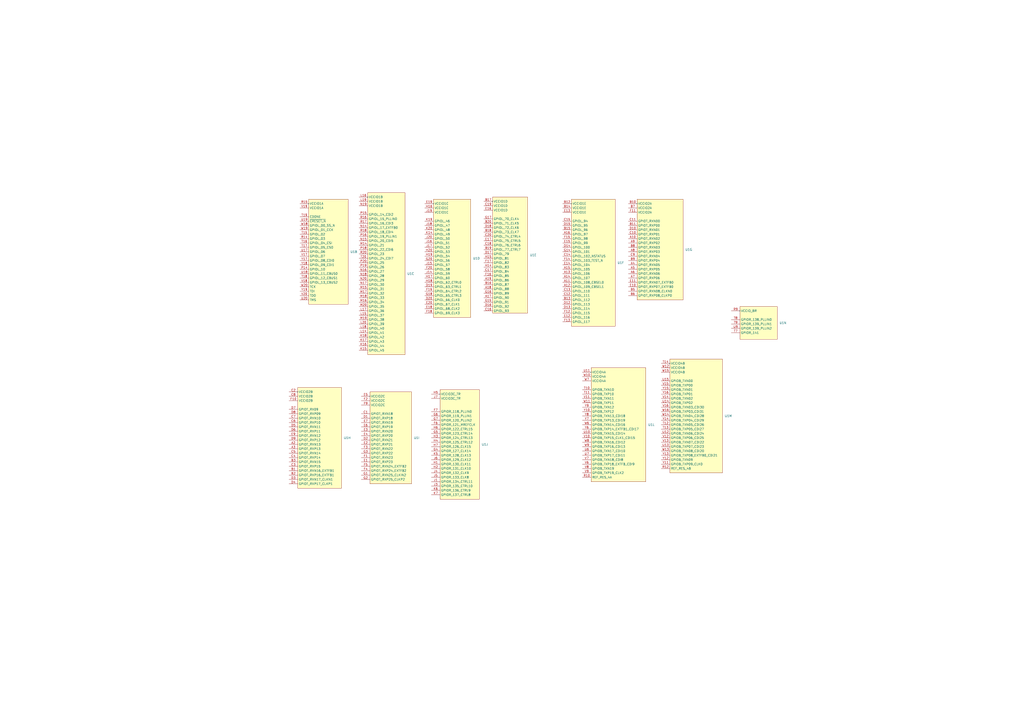
<source format=kicad_sch>
(kicad_sch (version 20230121) (generator eeschema)
  (paper "A2")
  (lib_symbols
    (symbol "IC:T20F400"
      (property "Reference" "U" (at 1.27 1.27 0))
      (symbol "T20F400_1_1"
        (unit_name "GND")
        (rectangle (start 0 0) (end 11.43 -116.84) (fill (type background)))
        (pin passive line (at -5.08 -2.54 0) (length 5.08) (name "GND") (number "A1"))
        (pin passive line (at -5.08 -5.08 0) (length 5.08) (name "GND") (number "A20"))
        (pin passive line (at -5.08 -7.62 0) (length 5.08) (name "GND") (number "B4"))
        (pin passive line (at -5.08 -10.16 0) (length 5.08) (name "GND") (number "D11"))
        (pin passive line (at -5.08 -12.7 0) (length 5.08) (name "GND") (number "E8"))
        (pin passive line (at -5.08 -15.24 0) (length 5.08) (name "GND") (number "G10"))
        (pin passive line (at -5.08 -17.78 0) (length 5.08) (name "GND") (number "G11"))
        (pin passive line (at -5.08 -20.32 0) (length 5.08) (name "GND") (number "G12"))
        (pin passive line (at -5.08 -22.86 0) (length 5.08) (name "GND") (number "G13"))
        (pin passive line (at -5.08 -25.4 0) (length 5.08) (name "GND") (number "G19"))
        (pin passive line (at -5.08 -27.94 0) (length 5.08) (name "GND") (number "G8"))
        (pin passive line (at -5.08 -30.48 0) (length 5.08) (name "GND") (number "G9"))
        (pin passive line (at -5.08 -33.02 0) (length 5.08) (name "GND") (number "J10"))
        (pin passive line (at -5.08 -35.56 0) (length 5.08) (name "GND") (number "J11"))
        (pin passive line (at -5.08 -38.1 0) (length 5.08) (name "GND") (number "J12"))
        (pin passive line (at -5.08 -40.64 0) (length 5.08) (name "GND") (number "J13"))
        (pin passive line (at -5.08 -43.18 0) (length 5.08) (name "GND") (number "J2"))
        (pin passive line (at -5.08 -45.72 0) (length 5.08) (name "GND") (number "J8"))
        (pin passive line (at -5.08 -48.26 0) (length 5.08) (name "GND") (number "J9"))
        (pin passive line (at -5.08 -50.8 0) (length 5.08) (name "GND") (number "L10"))
        (pin passive line (at -5.08 -53.34 0) (length 5.08) (name "GND") (number "L11"))
        (pin passive line (at -5.08 -55.88 0) (length 5.08) (name "GND") (number "L12"))
        (pin passive line (at -5.08 -58.42 0) (length 5.08) (name "GND") (number "L13"))
        (pin passive line (at -5.08 -60.96 0) (length 5.08) (name "GND") (number "L5"))
        (pin passive line (at -5.08 -63.5 0) (length 5.08) (name "GND") (number "L8"))
        (pin passive line (at -5.08 -66.04 0) (length 5.08) (name "GND") (number "L9"))
        (pin passive line (at -5.08 -68.58 0) (length 5.08) (name "GND") (number "M2"))
        (pin passive line (at -5.08 -71.12 0) (length 5.08) (name "GND") (number "M7"))
        (pin passive line (at -5.08 -73.66 0) (length 5.08) (name "GND") (number "N10"))
        (pin passive line (at -5.08 -76.2 0) (length 5.08) (name "GND") (number "N11"))
        (pin passive line (at -5.08 -78.74 0) (length 5.08) (name "GND") (number "N12"))
        (pin passive line (at -5.08 -81.28 0) (length 5.08) (name "GND") (number "N13"))
        (pin passive line (at -5.08 -83.82 0) (length 5.08) (name "GND") (number "N8"))
        (pin passive line (at -5.08 -86.36 0) (length 5.08) (name "GND") (number "N9"))
        (pin passive line (at -5.08 -88.9 0) (length 5.08) (name "GND") (number "P17"))
        (pin passive line (at -5.08 -91.44 0) (length 5.08) (name "GND") (number "P7"))
        (pin passive line (at -5.08 -93.98 0) (length 5.08) (name "GND") (number "R11"))
        (pin passive line (at -5.08 -96.52 0) (length 5.08) (name "GND") (number "R19"))
        (pin passive line (at -5.08 -99.06 0) (length 5.08) (name "GND") (number "U16"))
        (pin passive line (at -5.08 -101.6 0) (length 5.08) (name "GND") (number "U5"))
        (pin passive line (at -5.08 -104.14 0) (length 5.08) (name "GND") (number "U8"))
        (pin passive line (at -5.08 -106.68 0) (length 5.08) (name "GND") (number "V2"))
        (pin passive line (at -5.08 -109.22 0) (length 5.08) (name "VND") (number "W17"))
        (pin passive line (at -5.08 -111.76 0) (length 5.08) (name "GND") (number "Y1"))
        (pin passive line (at -5.08 -114.3 0) (length 5.08) (name "GND") (number "Y20"))
      )
      (symbol "T20F400_2_1"
        (unit_name "BANK_1A")
        (rectangle (start 0 0) (end 22.86 -60.96) (fill (type background)))
        (pin bidirectional line (at -5.08 -40.64 0) (length 5.08) (name "GPIOL_10") (number "P14"))
        (pin bidirectional line (at -5.08 -22.86 0) (length 5.08) (name "GPIOL_03") (number "R14"))
        (pin power_in line (at -5.08 -2.54 0) (length 5.08) (name "VCCIO1A") (number "R15"))
        (pin bidirectional line (at -5.08 -20.32 0) (length 5.08) (name "GPIOL_02") (number "T15"))
        (pin bidirectional line (at -5.08 -25.4 0) (length 5.08) (name "GPIOL_04_CSI") (number "T16"))
        (pin bidirectional line (at -5.08 -27.94 0) (length 5.08) (name "GPIOL_05_CSO") (number "T17"))
        (pin bidirectional line (at -5.08 -45.72 0) (length 5.08) (name "GPIOL_12_CBUS1") (number "T18"))
        (pin output line (at -5.08 -10.16 0) (length 5.08) (name "CDONE") (number "T19"))
        (pin bidirectional line (at -5.08 -30.48 0) (length 5.08) (name "GPIOL_06") (number "U17"))
        (pin bidirectional line (at -5.08 -43.18 0) (length 5.08) (name "GPIOL_11_CBUS0") (number "U18"))
        (pin output line (at -5.08 -12.7 0) (length 5.08) (name "~{CRESET_N}") (number "U19"))
        (pin input line (at -5.08 -58.42 0) (length 5.08) (name "TMS") (number "U20"))
        (pin bidirectional line (at -5.08 -33.02 0) (length 5.08) (name "GPIOL_07") (number "V17"))
        (pin bidirectional line (at -5.08 -48.26 0) (length 5.08) (name "GPIOL_13_CBUS2") (number "V18"))
        (pin power_in line (at -5.08 -5.08 0) (length 5.08) (name "VCCIO1A") (number "V19"))
        (pin output line (at -5.08 -55.88 0) (length 5.08) (name "TDO") (number "V20"))
        (pin bidirectional line (at -5.08 -15.24 0) (length 5.08) (name "GPIOL_00_SS_N") (number "W18"))
        (pin bidirectional line (at -5.08 -17.78 0) (length 5.08) (name "GPIOL_01_CCK") (number "W19"))
        (pin input line (at -5.08 -50.8 0) (length 5.08) (name "TCK") (number "W20"))
        (pin bidirectional line (at -5.08 -35.56 0) (length 5.08) (name "GPIOL_08_CDI0") (number "Y17"))
        (pin bidirectional line (at -5.08 -38.1 0) (length 5.08) (name "GPIOL_09_CDI1") (number "Y18"))
        (pin input line (at -5.08 -53.34 0) (length 5.08) (name "TDI") (number "Y19"))
      )
      (symbol "T20F400_3_1"
        (unit_name "BANK_1B")
        (rectangle (start 0 0) (end 21.59 -93.98) (fill (type background)))
        (pin bidirectional line (at -5.08 -91.44 0) (length 5.08) (name "GPIOL_45") (number "K15"))
        (pin bidirectional line (at -5.08 -88.9 0) (length 5.08) (name "GPIOL_44") (number "K16"))
        (pin bidirectional line (at -5.08 -86.36 0) (length 5.08) (name "GPIOL_43") (number "K17"))
        (pin bidirectional line (at -5.08 -83.82 0) (length 5.08) (name "GPIOL_42") (number "K18"))
        (pin bidirectional line (at -5.08 -81.28 0) (length 5.08) (name "GPIOL_41") (number "L14"))
        (pin bidirectional line (at -5.08 -71.12 0) (length 5.08) (name "GPIOL_37") (number "L15"))
        (pin power_in line (at -5.08 -2.54 0) (length 5.08) (name "VCCIO1B") (number "L16"))
        (pin bidirectional line (at -5.08 -68.58 0) (length 5.08) (name "GPIOL_36") (number "L17"))
        (pin bidirectional line (at -5.08 -78.74 0) (length 5.08) (name "GPIOL_40") (number "L18"))
        (pin power_in line (at -5.08 -5.08 0) (length 5.08) (name "VCCIO1B") (number "L19"))
        (pin bidirectional line (at -5.08 -76.2 0) (length 5.08) (name "GPIOL_39") (number "L20"))
        (pin bidirectional line (at -5.08 -30.48 0) (length 5.08) (name "GPIOL_21") (number "M14"))
        (pin bidirectional line (at -5.08 -55.88 0) (length 5.08) (name "GPIOL_31") (number "M15"))
        (pin bidirectional line (at -5.08 -63.5 0) (length 5.08) (name "GPIOL_34") (number "M16"))
        (pin bidirectional line (at -5.08 -58.42 0) (length 5.08) (name "GPIOL_32") (number "M17"))
        (pin bidirectional line (at -5.08 -60.96 0) (length 5.08) (name "GPIOL_33") (number "M18"))
        (pin bidirectional line (at -5.08 -73.66 0) (length 5.08) (name "GPIOL_38") (number "M19"))
        (pin bidirectional line (at -5.08 -66.04 0) (length 5.08) (name "GPIOL_35") (number "M20"))
        (pin bidirectional line (at -5.08 -20.32 0) (length 5.08) (name "GPIOL_17_EXTFB0") (number "N14"))
        (pin bidirectional line (at -5.08 -27.94 0) (length 5.08) (name "GPIOL_20_CDI5") (number "N15"))
        (pin bidirectional line (at -5.08 -45.72 0) (length 5.08) (name "GPIOL_27") (number "N16"))
        (pin bidirectional line (at -5.08 -53.34 0) (length 5.08) (name "GPIOL_30") (number "N17"))
        (pin bidirectional line (at -5.08 -48.26 0) (length 5.08) (name "GPIOL_28") (number "N18"))
        (pin power_in line (at -5.08 -7.62 0) (length 5.08) (name "VCCIO1B") (number "N19"))
        (pin bidirectional line (at -5.08 -50.8 0) (length 5.08) (name "GPIOL_29") (number "N20"))
        (pin bidirectional line (at -5.08 -12.7 0) (length 5.08) (name "GPIOL_14_CDI2") (number "P15"))
        (pin bidirectional line (at -5.08 -25.4 0) (length 5.08) (name "GPIOL_19_PLLIN1") (number "P16"))
        (pin bidirectional line (at -5.08 -33.02 0) (length 5.08) (name "GPIOL_22_CDI6") (number "P18"))
        (pin bidirectional line (at -5.08 -43.18 0) (length 5.08) (name "GPIOL_26") (number "P19"))
        (pin bidirectional line (at -5.08 -40.64 0) (length 5.08) (name "GPIOL_25") (number "P20"))
        (pin bidirectional line (at -5.08 -15.24 0) (length 5.08) (name "GPIOL_15_PLLIN0") (number "R16"))
        (pin bidirectional line (at -5.08 -17.78 0) (length 5.08) (name "GPIOL_16_CDI3") (number "R17"))
        (pin bidirectional line (at -5.08 -22.86 0) (length 5.08) (name "GPIOL_18_CDI4") (number "R18"))
        (pin bidirectional line (at -5.08 -35.56 0) (length 5.08) (name "GPIOL_23") (number "R20"))
        (pin bidirectional line (at -5.08 -38.1 0) (length 5.08) (name "GPIOL_24_CDI7") (number "T20"))
      )
      (symbol "T20F400_4_1"
        (unit_name "BANK_1C")
        (rectangle (start 0 0) (end 21.59 -68.58) (fill (type background)))
        (pin bidirectional line (at -5.08 -50.8 0) (length 5.08) (name "GPIOL_63_CTRL1") (number "D19"))
        (pin bidirectional line (at -5.08 -58.42 0) (length 5.08) (name "GPIOL_66_CLK0") (number "D20"))
        (pin bidirectional line (at -5.08 -63.5 0) (length 5.08) (name "GPIOL_68_CLK2") (number "E18"))
        (pin power_in line (at -5.08 -2.54 0) (length 5.08) (name "VCCIO1C") (number "E19"))
        (pin bidirectional line (at -5.08 -60.96 0) (length 5.08) (name "GPIOL_67_CLK1") (number "E20"))
        (pin bidirectional line (at -5.08 -66.04 0) (length 5.08) (name "GPIOL_69_CLK3") (number "F18"))
        (pin bidirectional line (at -5.08 -53.34 0) (length 5.08) (name "GPIOL_64_CTRL2") (number "F19"))
        (pin bidirectional line (at -5.08 -40.64 0) (length 5.08) (name "GPIOL_58") (number "F20"))
        (pin bidirectional line (at -5.08 -55.88 0) (length 5.08) (name "GPIOL_65_CTRL3") (number "G18"))
        (pin bidirectional line (at -5.08 -35.56 0) (length 5.08) (name "GPIOL_56") (number "G20"))
        (pin power_in line (at -5.08 -5.08 0) (length 5.08) (name "VCCIO1C") (number "H16"))
        (pin bidirectional line (at -5.08 -45.72 0) (length 5.08) (name "GPIOL_60") (number "H17"))
        (pin bidirectional line (at -5.08 -48.26 0) (length 5.08) (name "GPIOL_62_CTRL0") (number "H18"))
        (pin bidirectional line (at -5.08 -33.02 0) (length 5.08) (name "GPIOL_54") (number "H19"))
        (pin bidirectional line (at -5.08 -30.48 0) (length 5.08) (name "GPIOL_53") (number "H20"))
        (pin bidirectional line (at -5.08 -43.18 0) (length 5.08) (name "GPIOL_59") (number "J14"))
        (pin bidirectional line (at -5.08 -38.1 0) (length 5.08) (name "GPIOL_57") (number "J15"))
        (pin bidirectional line (at -5.08 -25.4 0) (length 5.08) (name "GPIOL_51") (number "J16"))
        (pin bidirectional line (at -5.08 -27.94 0) (length 5.08) (name "GPIOL_52") (number "J17"))
        (pin bidirectional line (at -5.08 -15.24 0) (length 5.08) (name "GPIOL_47") (number "J18"))
        (pin power_in line (at -5.08 -7.62 0) (length 5.08) (name "VCCIO1C") (number "J19"))
        (pin bidirectional line (at -5.08 -22.86 0) (length 5.08) (name "GPIOL_50") (number "J20"))
        (pin bidirectional line (at -5.08 -20.32 0) (length 5.08) (name "GPIOL_49") (number "K14"))
        (pin bidirectional line (at -5.08 -12.7 0) (length 5.08) (name "GPIOL_46") (number "K19"))
        (pin bidirectional line (at -5.08 -17.78 0) (length 5.08) (name "GPIOL_48") (number "K20"))
      )
      (symbol "T20F400_5_1"
        (unit_name "BANK_1D")
        (rectangle (start 0 0) (end 20.32 -67.31) (fill (type background)))
        (pin bidirectional line (at -5.08 -58.42 0) (length 5.08) (name "GPIOL_90") (number "A17"))
        (pin bidirectional line (at -5.08 -53.34 0) (length 5.08) (name "GPIOL_88") (number "A18"))
        (pin bidirectional line (at -5.08 -48.26 0) (length 5.08) (name "GPIOL_86") (number "A19"))
        (pin bidirectional line (at -5.08 -50.8 0) (length 5.08) (name "GPIOL_87") (number "B16"))
        (pin power_in line (at -5.08 -2.54 0) (length 5.08) (name "VCCIO1D") (number "B17"))
        (pin bidirectional line (at -5.08 -20.32 0) (length 5.08) (name "GPIOL_73_CLK7") (number "B18"))
        (pin bidirectional line (at -5.08 -30.48 0) (length 5.08) (name "GPIOL_77_CTRL7") (number "B19"))
        (pin bidirectional line (at -5.08 -15.24 0) (length 5.08) (name "GPIOL_71_CLK5") (number "B20"))
        (pin bidirectional line (at -5.08 -66.04 0) (length 5.08) (name "GPIOL_93") (number "C16"))
        (pin bidirectional line (at -5.08 -43.18 0) (length 5.08) (name "GPIOL_84") (number "C17"))
        (pin bidirectional line (at -5.08 -27.94 0) (length 5.08) (name "GPIOL_76_CTRL6") (number "C18"))
        (pin power_in line (at -5.08 -5.08 0) (length 5.08) (name "VCCIO1D") (number "C19"))
        (pin bidirectional line (at -5.08 -22.86 0) (length 5.08) (name "GPIOL_74_CTRL4") (number "C20"))
        (pin bidirectional line (at -5.08 -63.5 0) (length 5.08) (name "GPIOL_92") (number "D16"))
        (pin bidirectional line (at -5.08 -33.02 0) (length 5.08) (name "GPIOL_79") (number "D17"))
        (pin bidirectional line (at -5.08 -17.78 0) (length 5.08) (name "GPIOL_72_CLK6") (number "D18"))
        (pin power_in line (at -5.08 -7.62 0) (length 5.08) (name "VCCIO1D") (number "E16"))
        (pin bidirectional line (at -5.08 -25.4 0) (length 5.08) (name "GPIOL_75_CTRL5") (number "E17"))
        (pin bidirectional line (at -5.08 -45.72 0) (length 5.08) (name "GPIOL_85") (number "F16"))
        (pin bidirectional line (at -5.08 -38.1 0) (length 5.08) (name "GPIOL_82") (number "F17"))
        (pin bidirectional line (at -5.08 -60.96 0) (length 5.08) (name "GPIOL_91") (number "G15"))
        (pin bidirectional line (at -5.08 -55.88 0) (length 5.08) (name "GPIOL_89") (number "G16"))
        (pin bidirectional line (at -5.08 -12.7 0) (length 5.08) (name "GPIOL_70_CLK4") (number "G17"))
        (pin bidirectional line (at -5.08 -40.64 0) (length 5.08) (name "GPIOL_83") (number "H14"))
        (pin bidirectional line (at -5.08 -35.56 0) (length 5.08) (name "GPIOL_81") (number "H15"))
      )
      (symbol "T20F400_6_1"
        (unit_name "BANK_1E")
        (rectangle (start 0 0) (end 25.4 -73.66) (fill (type background)))
        (pin bidirectional line (at -5.08 -48.26 0) (length 5.08) (name "GPIOL_108_CBSEL0") (number "A11"))
        (pin bidirectional line (at -5.08 -50.8 0) (length 5.08) (name "GPIOL_109_CBSEL1") (number "A12"))
        (pin bidirectional line (at -5.08 -43.18 0) (length 5.08) (name "GPIOL_106") (number "A13"))
        (pin bidirectional line (at -5.08 -45.72 0) (length 5.08) (name "GPIOL_107") (number "A14"))
        (pin bidirectional line (at -5.08 -40.64 0) (length 5.08) (name "GPIOL_105") (number "A15"))
        (pin bidirectional line (at -5.08 -20.32 0) (length 5.08) (name "GPIOL_97") (number "A16"))
        (pin power_in line (at -5.08 -2.54 0) (length 5.08) (name "VCCIO1E") (number "B12"))
        (pin bidirectional line (at -5.08 -58.42 0) (length 5.08) (name "GPIOL_112") (number "B13"))
        (pin power_in line (at -5.08 -5.08 0) (length 5.08) (name "VCCIO1E") (number "B14"))
        (pin bidirectional line (at -5.08 -17.78 0) (length 5.08) (name "GPIOL_96") (number "B15"))
        (pin bidirectional line (at -5.08 -55.88 0) (length 5.08) (name "GPIOL_111") (number "C12"))
        (pin bidirectional line (at -5.08 -53.34 0) (length 5.08) (name "GPIOL_110") (number "C13"))
        (pin bidirectional line (at -5.08 -33.02 0) (length 5.08) (name "GPIOL_102_NSTATUS") (number "C14"))
        (pin bidirectional line (at -5.08 -12.7 0) (length 5.08) (name "GPIOL_94") (number "C15"))
        (pin bidirectional line (at -5.08 -60.96 0) (length 5.08) (name "GPIOL_113") (number "D12"))
        (pin bidirectional line (at -5.08 -63.5 0) (length 5.08) (name "GPIOL_114") (number "D13"))
        (pin bidirectional line (at -5.08 -27.94 0) (length 5.08) (name "GPIOL_100") (number "D14"))
        (pin bidirectional line (at -5.08 -15.24 0) (length 5.08) (name "GPIOL_95") (number "D15"))
        (pin bidirectional line (at -5.08 -68.58 0) (length 5.08) (name "GPIOL_116") (number "E12"))
        (pin power_in line (at -5.08 -7.62 0) (length 5.08) (name "VCCIO1E") (number "E13"))
        (pin bidirectional line (at -5.08 -38.1 0) (length 5.08) (name "GPIOL_104") (number "E14"))
        (pin bidirectional line (at -5.08 -25.4 0) (length 5.08) (name "GPIOL_99") (number "E15"))
        (pin bidirectional line (at -5.08 -66.04 0) (length 5.08) (name "GPIOL_115") (number "F12"))
        (pin bidirectional line (at -5.08 -71.12 0) (length 5.08) (name "GPIOL_117") (number "F13"))
        (pin bidirectional line (at -5.08 -35.56 0) (length 5.08) (name "GPIOL_103_TEST_N") (number "F14"))
        (pin bidirectional line (at -5.08 -22.86 0) (length 5.08) (name "GPIOL_98") (number "F15"))
        (pin bidirectional line (at -5.08 -30.48 0) (length 5.08) (name "GPIOL_101") (number "G14"))
      )
      (symbol "T20F400_7_1"
        (unit_name "BANK_2A")
        (rectangle (start 0 0) (end 26.67 -58.42) (fill (type background)))
        (pin bidirectional line (at -5.08 -22.86 0) (length 5.08) (name "GPIOT_RXN02") (number "A10"))
        (pin bidirectional line (at -5.08 -38.1 0) (length 5.08) (name "GPIOT_RXN05") (number "A4"))
        (pin bidirectional line (at -5.08 -40.64 0) (length 5.08) (name "GPIOT_RXP05") (number "A5"))
        (pin bidirectional line (at -5.08 -43.18 0) (length 5.08) (name "GPIOT_RXN06") (number "A6"))
        (pin bidirectional line (at -5.08 -45.72 0) (length 5.08) (name "GPIOT_RXP06") (number "A7"))
        (pin bidirectional line (at -5.08 -30.48 0) (length 5.08) (name "GPIOT_RXP03") (number "A8"))
        (pin bidirectional line (at -5.08 -25.4 0) (length 5.08) (name "GPIOT_RXP02") (number "A9"))
        (pin power_in line (at -5.08 -2.54 0) (length 5.08) (name "VCCIO2A") (number "B10"))
        (pin bidirectional line (at -5.08 -15.24 0) (length 5.08) (name "GPIOT_RXP00") (number "B11"))
        (pin bidirectional line (at -5.08 -53.34 0) (length 5.08) (name "GPIOT_RXN08_CLKN0") (number "B5"))
        (pin bidirectional line (at -5.08 -55.88 0) (length 5.08) (name "GPIOT_RXP08_CLKP0") (number "B6"))
        (pin power_in line (at -5.08 -5.08 0) (length 5.08) (name "VCCIO2A") (number "B7"))
        (pin bidirectional line (at -5.08 -27.94 0) (length 5.08) (name "GPIOT_RXN03") (number "B8"))
        (pin bidirectional line (at -5.08 -35.56 0) (length 5.08) (name "GPIOT_RXP04") (number "B9"))
        (pin bidirectional line (at -5.08 -20.32 0) (length 5.08) (name "GPIOT_RXP01") (number "C10"))
        (pin bidirectional line (at -5.08 -12.7 0) (length 5.08) (name "GPIOT_RXN00") (number "C11"))
        (pin bidirectional line (at -5.08 -33.02 0) (length 5.08) (name "GPIOT_RXN04") (number "C9"))
        (pin bidirectional line (at -5.08 -17.78 0) (length 5.08) (name "GPIOT_RXN01") (number "D10"))
        (pin bidirectional line (at -5.08 -50.8 0) (length 5.08) (name "GPIOT_RXP07_EXTFB0") (number "E10"))
        (pin bidirectional line (at -5.08 -48.26 0) (length 5.08) (name "GPIOT_RXN07_EXTFB0") (number "E11"))
        (pin power_in line (at -5.08 -7.62 0) (length 5.08) (name "VCCIO2A") (number "F11"))
      )
      (symbol "T20F400_8_1"
        (unit_name "BANK_2B")
        (rectangle (start 0 0) (end 25.4 -58.42) (fill (type background)))
        (pin bidirectional line (at -5.08 -33.02 0) (length 5.08) (name "GPIOT_RXN13") (number "A2"))
        (pin bidirectional line (at -5.08 -35.56 0) (length 5.08) (name "GPIOT_RXP13") (number "A3"))
        (pin bidirectional line (at -5.08 -48.26 0) (length 5.08) (name "GPIOT_RXN16_EXTFB1") (number "B1"))
        (pin bidirectional line (at -5.08 -50.8 0) (length 5.08) (name "GPIOT_RXP16_EXTFB1") (number "B2"))
        (pin bidirectional line (at -5.08 -43.18 0) (length 5.08) (name "GPIOT_RXN15") (number "B3"))
        (pin power_in line (at -5.08 -2.54 0) (length 5.08) (name "VCCIO2B") (number "C2"))
        (pin bidirectional line (at -5.08 -45.72 0) (length 5.08) (name "GPIOT_RXP15") (number "C3"))
        (pin bidirectional line (at -5.08 -40.64 0) (length 5.08) (name "GPIOT_RXP14") (number "C4"))
        (pin bidirectional line (at -5.08 -38.1 0) (length 5.08) (name "GPIOT_RXN14") (number "C5"))
        (pin bidirectional line (at -5.08 -20.32 0) (length 5.08) (name "GPIOT_RXP10") (number "C6"))
        (pin bidirectional line (at -5.08 -17.78 0) (length 5.08) (name "GPIOT_RXN10") (number "C7"))
        (pin power_in line (at -5.08 -5.08 0) (length 5.08) (name "VCCIO2B") (number "C8"))
        (pin bidirectional line (at -5.08 -53.34 0) (length 5.08) (name "GPIOT_RXN17_CLKN1") (number "D3"))
        (pin bidirectional line (at -5.08 -55.88 0) (length 5.08) (name "GPIOT_RXP17_CLKP1") (number "D4"))
        (pin bidirectional line (at -5.08 -22.86 0) (length 5.08) (name "GPIOT_RXN11") (number "D5"))
        (pin bidirectional line (at -5.08 -25.4 0) (length 5.08) (name "GPIOT_RXP11") (number "D6"))
        (pin bidirectional line (at -5.08 -12.7 0) (length 5.08) (name "GPIOT_RX09") (number "D7"))
        (pin bidirectional line (at -5.08 -15.24 0) (length 5.08) (name "GPIOT_RXP09") (number "D8"))
        (pin bidirectional line (at -5.08 -30.48 0) (length 5.08) (name "GPIOT_RXP12") (number "D9"))
        (pin bidirectional line (at -5.08 -27.94 0) (length 5.08) (name "GPIOT_RXN12") (number "E9"))
        (pin power_in line (at -5.08 -7.62 0) (length 5.08) (name "VCCIO2B") (number "F10"))
      )
      (symbol "T20F400_9_1"
        (unit_name "BANK_2C")
        (rectangle (start 0 0) (end 24.13 -53.34) (fill (type background)))
        (pin bidirectional line (at -5.08 -12.7 0) (length 5.08) (name "GPIOT_RXN18") (number "C1"))
        (pin bidirectional line (at -5.08 -15.24 0) (length 5.08) (name "GPIOT_RXP18") (number "D1"))
        (pin bidirectional line (at -5.08 -27.94 0) (length 5.08) (name "GPIOT_RXN21") (number "D2"))
        (pin bidirectional line (at -5.08 -40.64 0) (length 5.08) (name "GPIOT_RXP23") (number "E1"))
        (pin bidirectional line (at -5.08 -30.48 0) (length 5.08) (name "GPIOT_RXP21") (number "E2"))
        (pin bidirectional line (at -5.08 -22.86 0) (length 5.08) (name "GPIOT_RXN20") (number "E3"))
        (pin bidirectional line (at -5.08 -25.4 0) (length 5.08) (name "GPIOT_RXP20") (number "E4"))
        (pin power_in line (at -5.08 -2.54 0) (length 5.08) (name "VCCIO2C") (number "E5"))
        (pin bidirectional line (at -5.08 -20.32 0) (length 5.08) (name "GPIOT_RXP19") (number "E6"))
        (pin bidirectional line (at -5.08 -17.78 0) (length 5.08) (name "GPIOT_RXN19") (number "E7"))
        (pin bidirectional line (at -5.08 -38.1 0) (length 5.08) (name "GPIOT_RXN23") (number "F1"))
        (pin power_in line (at -5.08 -5.08 0) (length 5.08) (name "VCCIO2C") (number "F2"))
        (pin bidirectional line (at -5.08 -33.02 0) (length 5.08) (name "GPIOT_RXN22") (number "F3"))
        (pin bidirectional line (at -5.08 -45.72 0) (length 5.08) (name "GPIOT_RXP24_EXTFB2") (number "F4"))
        (pin bidirectional line (at -5.08 -43.18 0) (length 5.08) (name "GPIOT_RXN24_EXTFB2") (number "F5"))
        (pin power_in line (at -5.08 -7.62 0) (length 5.08) (name "VCCIO2C") (number "F9"))
        (pin bidirectional line (at -5.08 -48.26 0) (length 5.08) (name "GPIOT_RXN25_CLKIN2") (number "G1"))
        (pin bidirectional line (at -5.08 -50.8 0) (length 5.08) (name "GPIOT_RXP25_CLKP2") (number "G2"))
        (pin bidirectional line (at -5.08 -35.56 0) (length 5.08) (name "GPIOT_RXP22") (number "G3"))
      )
      (symbol "T20F400_10_1"
        (unit_name "BANK_3C_TR")
        (rectangle (start 0 0) (end 22.86 -63.5) (fill (type background)))
        (pin bidirectional line (at -5.08 -20.32 0) (length 5.08) (name "GPIOR_121_MREFCLK") (number "F6"))
        (pin bidirectional line (at -5.08 -12.7 0) (length 5.08) (name "GPIOR_118_PLLIN0") (number "F7"))
        (pin bidirectional line (at -5.08 -35.56 0) (length 5.08) (name "GPIOR_127_CLK14") (number "G4"))
        (pin bidirectional line (at -5.08 -25.4 0) (length 5.08) (name "GPIOR_123_CTRL14") (number "G5"))
        (pin bidirectional line (at -5.08 -15.24 0) (length 5.08) (name "GPIOR_119_PLLIN1") (number "G6"))
        (pin bidirectional line (at -5.08 -17.78 0) (length 5.08) (name "GPIOR_120_PLLIN2") (number "G7"))
        (pin bidirectional line (at -5.08 -43.18 0) (length 5.08) (name "GPIOR_130_CLK11") (number "H1"))
        (pin bidirectional line (at -5.08 -45.72 0) (length 5.08) (name "GPIOR_131_CLK10") (number "H2"))
        (pin bidirectional line (at -5.08 -27.94 0) (length 5.08) (name "GPIOR_124_CTRL13") (number "H3"))
        (pin bidirectional line (at -5.08 -30.48 0) (length 5.08) (name "GPIOR_125_CTRL12") (number "H4"))
        (pin power_in line (at -5.08 -2.54 0) (length 5.08) (name "VCCIO3C_TR") (number "H5"))
        (pin bidirectional line (at -5.08 -22.86 0) (length 5.08) (name "GPIOR_122_CTRL15") (number "H6"))
        (pin bidirectional line (at -5.08 -33.02 0) (length 5.08) (name "GPIOR_126_CLK15") (number "H7"))
        (pin bidirectional line (at -5.08 -53.34 0) (length 5.08) (name "GPIOR_134_CTRL11") (number "J1"))
        (pin bidirectional line (at -5.08 -55.88 0) (length 5.08) (name "GPIOR_135_CTRL10") (number "J3"))
        (pin bidirectional line (at -5.08 -48.26 0) (length 5.08) (name "GPIOR_132_CLK9") (number "J4"))
        (pin bidirectional line (at -5.08 -50.8 0) (length 5.08) (name "GPIOR_133_CLK8") (number "J5"))
        (pin bidirectional line (at -5.08 -40.64 0) (length 5.08) (name "GPIOR_129_CLK12") (number "J6"))
        (pin power_in line (at -5.08 -5.08 0) (length 5.08) (name "VCCIO3C_TR") (number "J7"))
        (pin bidirectional line (at -5.08 -38.1 0) (length 5.08) (name "GPIOR_128_CLK13") (number "K5"))
        (pin bidirectional line (at -5.08 -58.42 0) (length 5.08) (name "GPIOR_136_CTRL9") (number "K6"))
        (pin bidirectional line (at -5.08 -60.96 0) (length 5.08) (name "GPIOR_137_CTRL8") (number "K7"))
      )
      (symbol "T20F400_11_1"
        (unit_name "BANK_3D")
        (rectangle (start 0 0) (end 20.32 -152.4) (fill (type background)))
        (pin output line (at -5.08 -66.04 0) (length 5.08) (name "DDR_BA2") (number "K1"))
        (pin output line (at -5.08 -63.5 0) (length 5.08) (name "DDR_BA2") (number "K2"))
        (pin output line (at -5.08 -60.96 0) (length 5.08) (name "DDR_BA0") (number "K3"))
        (pin output line (at -5.08 -147.32 0) (length 5.08) (name "DDR_WE_N") (number "K4"))
        (pin bidirectional line (at -5.08 -121.92 0) (length 5.08) (name "DDR_DQ14") (number "L1"))
        (pin bidirectional line (at -5.08 -119.38 0) (length 5.08) (name "DDR_DQ13") (number "L2"))
        (pin bidirectional line (at -5.08 -116.84 0) (length 5.08) (name "DDR_DQ12") (number "L3"))
        (pin output line (at -5.08 -142.24 0) (length 5.08) (name "DDR_RST_N") (number "L4"))
        (pin output line (at -5.08 -137.16 0) (length 5.08) (name "DDR_ODT") (number "L6"))
        (pin power_in line (at -5.08 -2.54 0) (length 5.08) (name "VCCIO_DDR") (number "L7"))
        (pin bidirectional line (at -5.08 -124.46 0) (length 5.08) (name "DDR_DQ15") (number "M1"))
        (pin bidirectional line (at -5.08 -134.62 0) (length 5.08) (name "DDR_DQS_N1") (number "M3"))
        (pin output line (at -5.08 -139.7 0) (length 5.08) (name "DDR_RAS_N") (number "M4"))
        (pin output line (at -5.08 -58.42 0) (length 5.08) (name "DDR_A15") (number "M5"))
        (pin output line (at -5.08 -53.34 0) (length 5.08) (name "DDR_A13") (number "M6"))
        (pin output line (at -5.08 -83.82 0) (length 5.08) (name "DDR_DM1") (number "N1"))
        (pin bidirectional line (at -5.08 -114.3 0) (length 5.08) (name "DDR_DQ11") (number "N2"))
        (pin bidirectional line (at -5.08 -129.54 0) (length 5.08) (name "DDR_DQS1") (number "N3"))
        (pin output line (at -5.08 -55.88 0) (length 5.08) (name "DDR_A14") (number "N4"))
        (pin output line (at -5.08 -48.26 0) (length 5.08) (name "DDR_A11") (number "N5"))
        (pin output line (at -5.08 -76.2 0) (length 5.08) (name "DDR_CKE") (number "N6"))
        (pin power_in line (at -5.08 -5.08 0) (length 5.08) (name "VCCIO_DDR") (number "N7"))
        (pin bidirectional line (at -5.08 -106.68 0) (length 5.08) (name "DDR_DQ8") (number "P1"))
        (pin bidirectional line (at -5.08 -109.22 0) (length 5.08) (name "DDR_DQ9") (number "P2"))
        (pin bidirectional line (at -5.08 -111.76 0) (length 5.08) (name "DDR_D10") (number "P3"))
        (pin output line (at -5.08 -50.8 0) (length 5.08) (name "DDR_A12") (number "P4"))
        (pin power_in line (at -5.08 -7.62 0) (length 5.08) (name "VCCIO_DDR") (number "P5"))
        (pin output line (at -5.08 -68.58 0) (length 5.08) (name "DDR_CAS_N") (number "P6"))
        (pin output line (at -5.08 -40.64 0) (length 5.08) (name "DDR_A8") (number "R1"))
        (pin power_in line (at -5.08 -10.16 0) (length 5.08) (name "VCCIO_DDR") (number "R2"))
        (pin output line (at -5.08 -71.12 0) (length 5.08) (name "DDR_CK") (number "R3"))
        (pin output line (at -5.08 -73.66 0) (length 5.08) (name "DDR_CK_N") (number "R4"))
        (pin output line (at -5.08 -45.72 0) (length 5.08) (name "DDR_A10") (number "R5"))
        (pin output line (at -5.08 -78.74 0) (length 5.08) (name "DDR_CS_N") (number "R6"))
        (pin power_in line (at -5.08 -12.7 0) (length 5.08) (name "VCCIO_DDR") (number "R7"))
        (pin output line (at -5.08 -38.1 0) (length 5.08) (name "DDR_A7") (number "T1"))
        (pin output line (at -5.08 -43.18 0) (length 5.08) (name "DDR_A9") (number "T2"))
        (pin output line (at -5.08 -30.48 0) (length 5.08) (name "DDR_A4") (number "T3"))
        (pin output line (at -5.08 -35.56 0) (length 5.08) (name "DDR_A6") (number "T4"))
        (pin output line (at -5.08 -33.02 0) (length 5.08) (name "DDR_A5") (number "T5"))
        (pin output line (at -5.08 -27.94 0) (length 5.08) (name "DDR_A3") (number "T6"))
        (pin bidirectional line (at -5.08 -132.08 0) (length 5.08) (name "DDR_DQS_N0") (number "U1"))
        (pin bidirectional line (at -5.08 -93.98 0) (length 5.08) (name "DDR_DQ3") (number "U2"))
        (pin bidirectional line (at -5.08 -86.36 0) (length 5.08) (name "DDR_DQ0") (number "U3"))
        (pin output line (at -5.08 -20.32 0) (length 5.08) (name "DDR_A0") (number "U4"))
        (pin bidirectional line (at -5.08 -127 0) (length 5.08) (name "DDR_DQS0") (number "V1"))
        (pin bidirectional line (at -5.08 -91.44 0) (length 5.08) (name "DDR_DQ2") (number "V3"))
        (pin bidirectional line (at -5.08 -144.78 0) (length 5.08) (name "DDR_VREF") (number "V4"))
        (pin output line (at -5.08 -25.4 0) (length 5.08) (name "DDR_A2") (number "V5"))
        (pin output line (at -5.08 -81.28 0) (length 5.08) (name "DDR_DM0") (number "W1"))
        (pin bidirectional line (at -5.08 -96.52 0) (length 5.08) (name "DDR_DQ4") (number "W2"))
        (pin bidirectional line (at -5.08 -88.9 0) (length 5.08) (name "DDR_DQ1") (number "W3"))
        (pin power_in line (at -5.08 -15.24 0) (length 5.08) (name "VCCIO_DDR") (number "W4"))
        (pin output line (at -5.08 -22.86 0) (length 5.08) (name "DDR_A1") (number "W5"))
        (pin bidirectional line (at -5.08 -104.14 0) (length 5.08) (name "DDR_DQ7") (number "Y2"))
        (pin bidirectional line (at -5.08 -99.06 0) (length 5.08) (name "DDR_DQ5") (number "Y3"))
        (pin bidirectional line (at -5.08 -101.6 0) (length 5.08) (name "DDR_DQ6") (number "Y4"))
        (pin bidirectional line (at -5.08 -149.86 0) (length 5.08) (name "DDR_ZQ") (number "Y5"))
      )
      (symbol "T20F400_12_1"
        (unit_name "BANK_4A")
        (rectangle (start 0 0) (end 31.75 -66.04) (fill (type background)))
        (pin output line (at -5.08 -63.5 0) (length 5.08) (name "REF_RES_4A") (number "R10"))
        (pin bidirectional line (at -5.08 -12.7 0) (length 5.08) (name "GPIOB_TXN10") (number "T10"))
        (pin bidirectional line (at -5.08 -15.24 0) (length 5.08) (name "GPIOB_TXP10") (number "T11"))
        (pin bidirectional line (at -5.08 -38.1 0) (length 5.08) (name "GPIOB_TXN15_CDI14") (number "U10"))
        (pin power_in line (at -5.08 -2.54 0) (length 5.08) (name "VCCIO4A") (number "U11"))
        (pin bidirectional line (at -5.08 -48.26 0) (length 5.08) (name "GPIOB_TXN17_CDI10") (number "U6"))
        (pin bidirectional line (at -5.08 -50.8 0) (length 5.08) (name "GPIOB_TXP17_CDI11") (number "U7"))
        (pin bidirectional line (at -5.08 -40.64 0) (length 5.08) (name "GPIOB_TXP15_CLK1_CDI15") (number "V10"))
        (pin bidirectional line (at -5.08 -17.78 0) (length 5.08) (name "GPIOB_TXN11") (number "V11"))
        (pin bidirectional line (at -5.08 -55.88 0) (length 5.08) (name "GPIOB_TXP18_EXTFB_CDI9") (number "V6"))
        (pin bidirectional line (at -5.08 -53.34 0) (length 5.08) (name "GPIOB_TXN18_CDI8") (number "V7"))
        (pin bidirectional line (at -5.08 -58.42 0) (length 5.08) (name "GPIOB_TXN19") (number "V8"))
        (pin bidirectional line (at -5.08 -60.96 0) (length 5.08) (name "GPIOB_TXP19_CLK2") (number "V9"))
        (pin power_in line (at -5.08 -5.08 0) (length 5.08) (name "VCCIO4A") (number "W10"))
        (pin bidirectional line (at -5.08 -20.32 0) (length 5.08) (name "GPIOB_TXP11") (number "W11"))
        (pin bidirectional line (at -5.08 -33.02 0) (length 5.08) (name "GPIOB_TXN14_CDI16") (number "W6"))
        (pin power_in line (at -5.08 -7.62 0) (length 5.08) (name "VCCIO4A") (number "W7"))
        (pin bidirectional line (at -5.08 -43.18 0) (length 5.08) (name "GPIOB_TXN16_CDI12") (number "W8"))
        (pin bidirectional line (at -5.08 -45.72 0) (length 5.08) (name "GPIOB_TXP16_CDI13") (number "W9"))
        (pin bidirectional line (at -5.08 -25.4 0) (length 5.08) (name "GPIOB_TXP12") (number "Y10"))
        (pin bidirectional line (at -5.08 -35.56 0) (length 5.08) (name "GPIOB_TXP14_EXTFB1_CDI17") (number "Y6"))
        (pin bidirectional line (at -5.08 -30.48 0) (length 5.08) (name "GPIOB_TXP13_CDI19") (number "Y7"))
        (pin bidirectional line (at -5.08 -27.94 0) (length 5.08) (name "GPIOB_TXN13_CDI18") (number "Y8"))
        (pin bidirectional line (at -5.08 -22.86 0) (length 5.08) (name "GPIOB_TXN12") (number "Y9"))
      )
      (symbol "T20F400_13_1"
        (unit_name "BANK_4B")
        (rectangle (start 0 0) (end 30.48 -66.04) (fill (type background)))
        (pin output line (at -5.08 -63.5 0) (length 5.08) (name "REF_RES_4B") (number "R12"))
        (pin bidirectional line (at -5.08 -38.1 0) (length 5.08) (name "GPIOB_TXN05_CDI26") (number "T12"))
        (pin bidirectional line (at -5.08 -40.64 0) (length 5.08) (name "GPIOB_TXP05_CDI27") (number "T13"))
        (pin power_in line (at -5.08 -2.54 0) (length 5.08) (name "VCCIO4B") (number "T14"))
        (pin bidirectional line (at -5.08 -43.18 0) (length 5.08) (name "GPIOB_TXN06_CDI24") (number "U12"))
        (pin bidirectional line (at -5.08 -50.8 0) (length 5.08) (name "GPIOB_TXP07_CDI23") (number "U13"))
        (pin bidirectional line (at -5.08 -25.4 0) (length 5.08) (name "GPIOB_TXP02") (number "U14"))
        (pin bidirectional line (at -5.08 -12.7 0) (length 5.08) (name "GPIOB_TXN00") (number "U15"))
        (pin bidirectional line (at -5.08 -45.72 0) (length 5.08) (name "GPIOB_TXP06_CDI25") (number "V12"))
        (pin bidirectional line (at -5.08 -48.26 0) (length 5.08) (name "GPIOB_TXN07_CDI22") (number "V13"))
        (pin bidirectional line (at -5.08 -22.86 0) (length 5.08) (name "GPIOB_TXN02") (number "V14"))
        (pin bidirectional line (at -5.08 -15.24 0) (length 5.08) (name "GPIOB_TXP00") (number "V15"))
        (pin bidirectional line (at -5.08 -27.94 0) (length 5.08) (name "GPIOB_TXN03_CDI30") (number "V16"))
        (pin power_in line (at -5.08 -5.08 0) (length 5.08) (name "VCCIO4B") (number "W12"))
        (pin bidirectional line (at -5.08 -53.34 0) (length 5.08) (name "GPIOB_TXN08_CDI20") (number "W13"))
        (pin bidirectional line (at -5.08 -33.02 0) (length 5.08) (name "GPIOB_TXN04_CDI28") (number "W14"))
        (pin power_in line (at -5.08 -7.62 0) (length 5.08) (name "VCCIO4B") (number "W15"))
        (pin bidirectional line (at -5.08 -30.48 0) (length 5.08) (name "GPIOB_TXP03_CDI31") (number "W16"))
        (pin bidirectional line (at -5.08 -60.96 0) (length 5.08) (name "GPIOB_TXP09_CLK0") (number "Y11"))
        (pin bidirectional line (at -5.08 -58.42 0) (length 5.08) (name "GPIOB_TXN09") (number "Y12"))
        (pin bidirectional line (at -5.08 -55.88 0) (length 5.08) (name "GPIOB_TXP08_EXTFB0_CDI21") (number "Y13"))
        (pin bidirectional line (at -5.08 -35.56 0) (length 5.08) (name "GPIOB_TXP04_CDI29") (number "Y14"))
        (pin bidirectional line (at -5.08 -17.78 0) (length 5.08) (name "GPIOB_TXN01") (number "Y15"))
        (pin bidirectional line (at -5.08 -20.32 0) (length 5.08) (name "GPIOB_TXP01") (number "Y16"))
      )
      (symbol "T20F400_14_1"
        (unit_name "BANK_BR")
        (rectangle (start 0 0) (end 21.59 -19.05) (fill (type background)))
        (pin power_in line (at -5.08 -2.54 0) (length 5.08) (name "VCCIO_BR") (number "R9"))
        (pin bidirectional line (at -5.08 -15.24 0) (length 5.08) (name "GPIOR_141") (number "T7"))
        (pin bidirectional line (at -5.08 -7.62 0) (length 5.08) (name "GPIOR_138_PLLIN0") (number "T8"))
        (pin bidirectional line (at -5.08 -10.16 0) (length 5.08) (name "GPIOR_139_PLLIN1") (number "T9"))
        (pin bidirectional line (at -5.08 -12.7 0) (length 5.08) (name "GPIOR_139_PLLIN2") (number "U9"))
      )
      (symbol "T20F400_15_1"
        (unit_name "VCC_CORE")
        (rectangle (start 0 0) (end 13.97 -63.5) (fill (type background)))
        (pin power_in line (at -5.08 -2.54 0) (length 5.08) (name "VCC") (number "H10"))
        (pin power_in line (at -5.08 -5.08 0) (length 5.08) (name "VCC") (number "H11"))
        (pin power_in line (at -5.08 -7.62 0) (length 5.08) (name "VCC") (number "H12"))
        (pin power_in line (at -5.08 -10.16 0) (length 5.08) (name "VCC") (number "H13"))
        (pin power_in line (at -5.08 -12.7 0) (length 5.08) (name "VCC") (number "H8"))
        (pin power_in line (at -5.08 -15.24 0) (length 5.08) (name "VCC") (number "H9"))
        (pin power_in line (at -5.08 -17.78 0) (length 5.08) (name "VCC") (number "K10"))
        (pin power_in line (at -5.08 -20.32 0) (length 5.08) (name "VCC") (number "K11"))
        (pin power_in line (at -5.08 -22.86 0) (length 5.08) (name "VCC") (number "K12"))
        (pin power_in line (at -5.08 -25.4 0) (length 5.08) (name "VCC") (number "K13"))
        (pin power_in line (at -5.08 -27.94 0) (length 5.08) (name "VCC") (number "K8"))
        (pin power_in line (at -5.08 -30.48 0) (length 5.08) (name "VCC") (number "K9"))
        (pin power_in line (at -5.08 -33.02 0) (length 5.08) (name "VCC") (number "M10"))
        (pin power_in line (at -5.08 -35.56 0) (length 5.08) (name "VCC") (number "M11"))
        (pin power_in line (at -5.08 -38.1 0) (length 5.08) (name "VCC") (number "M12"))
        (pin power_in line (at -5.08 -40.64 0) (length 5.08) (name "VCC") (number "M13"))
        (pin power_in line (at -5.08 -43.18 0) (length 5.08) (name "VCC") (number "M8"))
        (pin power_in line (at -5.08 -45.72 0) (length 5.08) (name "VCC") (number "M9"))
        (pin power_in line (at -5.08 -48.26 0) (length 5.08) (name "VCC") (number "P10"))
        (pin power_in line (at -5.08 -50.8 0) (length 5.08) (name "VCC") (number "P11"))
        (pin power_in line (at -5.08 -53.34 0) (length 5.08) (name "VCC") (number "P12"))
        (pin power_in line (at -5.08 -55.88 0) (length 5.08) (name "VCC") (number "P13"))
        (pin power_in line (at -5.08 -58.42 0) (length 5.08) (name "VCC") (number "P8"))
        (pin power_in line (at -5.08 -60.96 0) (length 5.08) (name "VCC") (number "P9"))
      )
      (symbol "T20F400_16_1"
        (unit_name "VCC_ANALOG")
        (rectangle (start 0 0) (end 12.7 -10.16) (fill (type background)))
        (pin power_in line (at -5.08 -7.62 0) (length 5.08) (name "VCCA_TR") (number "F8"))
        (pin power_in line (at -5.08 -2.54 0) (length 5.08) (name "VCCA_BL") (number "R13"))
        (pin power_in line (at -5.08 -5.08 0) (length 5.08) (name "VCCA_BR") (number "R8"))
      )
    )
  )
  (symbol (lib_id "IC:T20F400") (at 285.75 114.3 0) (unit 5)
    (property "Reference" "U1" (at 307.34 147.955 0) (effects (justify left)))
    (property "Value" "~" (at 285.75 116.84 0))
    (property "Footprint" "Package_BGA:BGA-400_17.0x17.0mm_Layout20x20_P0.8mm" (effects hide))
  )
  (symbol (lib_id "IC:T20F400") (at 342.9 213.36 0) (unit 12)
    (property "Reference" "U1" (at 375.92 246.38 0) (effects (justify left)))
    (property "Value" "~" (at 342.9 215.9 0))
    (property "Footprint" "Package_BGA:BGA-400_17.0x17.0mm_Layout20x20_P0.8mm" (effects hide))
  )
  (symbol (lib_id "IC:T20F400") (at 179.07 115.57 0) (unit 2)
    (property "Reference" "U1" (at 203.2 146.05 0) (effects (justify left)))
    (property "Value" "~" (at 179.07 118.11 0))
    (property "Footprint" "Package_BGA:BGA-400_17.0x17.0mm_Layout20x20_P0.8mm" (effects hide))
  )
  (symbol (lib_id "IC:T20F400") (at 369.57 115.57 0) (unit 7)
    (property "Reference" "U1" (at 397.51 144.78 0) (effects (justify left)))
    (property "Value" "~" (at 369.57 118.11 0))
    (property "Footprint" "Package_BGA:BGA-400_17.0x17.0mm_Layout20x20_P0.8mm" (effects hide))
  )
  (symbol (lib_id "IC:T20F400") (at 251.46 115.57 0) (unit 4)
    (property "Reference" "U1" (at 274.32 149.86 0) (effects (justify left)))
    (property "Value" "~" (at 251.46 118.11 0))
    (property "Footprint" "Package_BGA:BGA-400_17.0x17.0mm_Layout20x20_P0.8mm" (effects hide))
  )
  (symbol (lib_id "IC:T20F400") (at 331.47 115.57 0) (unit 6)
    (property "Reference" "U1" (at 358.14 152.4 0) (effects (justify left)))
    (property "Value" "~" (at 331.47 118.11 0))
    (property "Footprint" "Package_BGA:BGA-400_17.0x17.0mm_Layout20x20_P0.8mm" (effects hide))
  )
  (symbol (lib_id "IC:T20F400") (at 388.62 208.28 0) (unit 13)
    (property "Reference" "U1" (at 420.37 241.3 0) (effects (justify left)))
    (property "Value" "~" (at 388.62 210.82 0))
    (property "Footprint" "Package_BGA:BGA-400_17.0x17.0mm_Layout20x20_P0.8mm" (effects hide))
  )
  (symbol (lib_id "IC:T20F400") (at 172.72 224.79 0) (unit 8)
    (property "Reference" "U1" (at 199.39 254 0) (effects (justify left)))
    (property "Value" "~" (at 172.72 227.33 0))
    (property "Footprint" "Package_BGA:BGA-400_17.0x17.0mm_Layout20x20_P0.8mm" (effects hide))
  )
  (symbol (lib_id "IC:T20F400") (at 255.27 226.06 0) (unit 10)
    (property "Reference" "U1" (at 279.4 257.81 0) (effects (justify left)))
    (property "Value" "~" (at 255.27 228.6 0))
    (property "Footprint" "Package_BGA:BGA-400_17.0x17.0mm_Layout20x20_P0.8mm" (effects hide))
  )
  (symbol (lib_id "IC:T20F400") (at 429.26 177.8 0) (unit 14)
    (property "Reference" "U1" (at 452.12 187.325 0) (effects (justify left)))
    (property "Value" "~" (at 429.26 180.34 0))
    (property "Footprint" "Package_BGA:BGA-400_17.0x17.0mm_Layout20x20_P0.8mm" (effects hide))
  )
  (symbol (lib_id "IC:T20F400") (at 213.36 111.76 0) (unit 3)
    (property "Reference" "U1" (at 236.22 158.75 0) (effects (justify left)))
    (property "Value" "~" (at 213.36 114.3 0))
    (property "Footprint" "Package_BGA:BGA-400_17.0x17.0mm_Layout20x20_P0.8mm" (effects hide))
  )
  (symbol (lib_id "IC:T20F400") (at 214.63 227.33 0) (unit 9)
    (property "Reference" "U1" (at 240.03 254 0) (effects (justify left)))
    (property "Value" "~" (at 214.63 229.87 0))
    (property "Footprint" "Package_BGA:BGA-400_17.0x17.0mm_Layout20x20_P0.8mm" (effects hide))
  )
)
</source>
